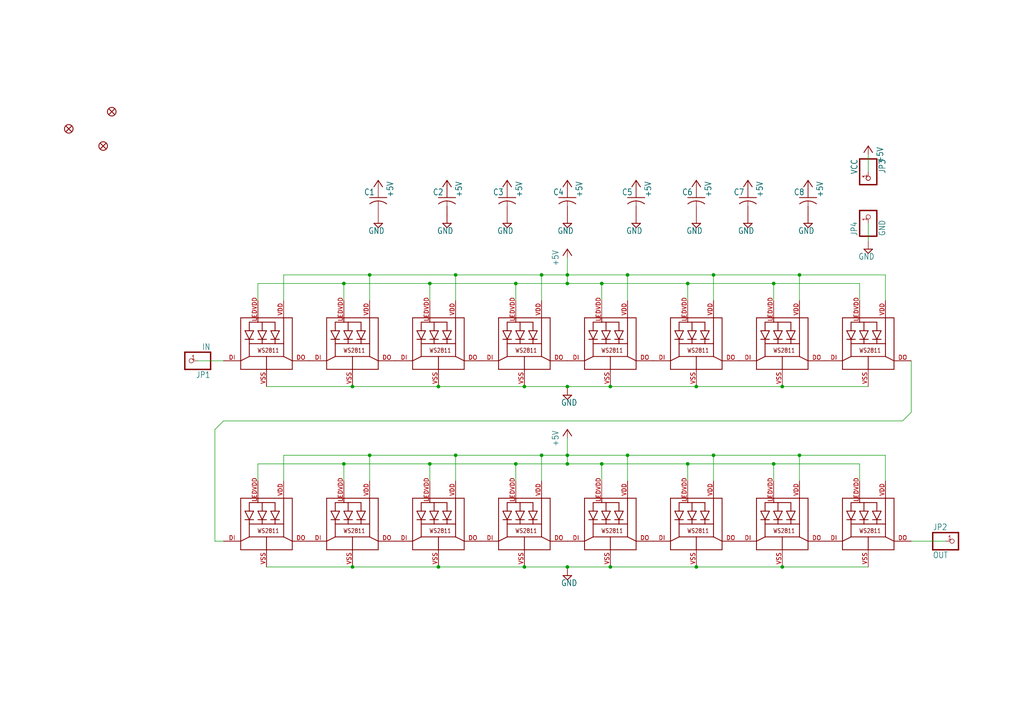
<source format=kicad_sch>
(kicad_sch (version 20231120) (generator "eeschema") (generator_version "8.0")
  (paper "User" 302.59 210.007)
  (lib_symbols
    (symbol "Adafruit NeoPixel Ring 16-eagle-import:+5V" (power)
      (symbol "+5V_1_0"
        (polyline (pts (xy 0 0) (xy -1.27 -1.905)) (stroke (width 0.254)))
        (polyline (pts (xy 1.27 -1.905) (xy 0 0)) (stroke (width 0.254)))
        (pin power_in line (at 0 -2.54 90) (length 2.54) (name "+5V") (number "1"))
      )
    )
    (symbol "Adafruit NeoPixel Ring 16-eagle-import:C-USC0603"
      (property "Reference" "C" (at 1.016 0.635 0))
      (symbol "C-USC0603_1_0"
        (arc (start 0 -1.0161) (mid -1.302 -1.2303) (end -2.4668 -1.8504) (stroke (width 0.254)))
        (polyline (pts (xy -2.54 0) (xy 2.54 0)) (stroke (width 0.254)))
        (polyline (pts (xy 0 -1.016) (xy 0 -2.54)) (stroke (width 0.1524)))
        (arc (start 2.4892 -1.8541) (mid 1.3158 -1.2194) (end 0 -1) (stroke (width 0.254)))
        (pin passive line (at 0 2.54 270) (length 2.54) (name "1") (number "1"))
        (pin passive line (at 0 -5.08 90) (length 2.54) (name "2") (number "2"))
      )
    )
    (symbol "Adafruit NeoPixel Ring 16-eagle-import:C-USC0603K"
      (property "Reference" "C" (at 1.016 0.635 0))
      (symbol "C-USC0603K_1_0"
        (arc (start 0 -1.0161) (mid -1.302 -1.2303) (end -2.4668 -1.8504) (stroke (width 0.254)))
        (polyline (pts (xy -2.54 0) (xy 2.54 0)) (stroke (width 0.254)))
        (polyline (pts (xy 0 -1.016) (xy 0 -2.54)) (stroke (width 0.1524)))
        (arc (start 2.4892 -1.8541) (mid 1.3158 -1.2194) (end 0 -1) (stroke (width 0.254)))
        (pin passive line (at 0 2.54 270) (length 2.54) (name "1") (number "1"))
        (pin passive line (at 0 -5.08 90) (length 2.54) (name "2") (number "2"))
      )
    )
    (symbol "Adafruit NeoPixel Ring 16-eagle-import:FIDUCIAL{dblquote}{dblquote}"
      (symbol "FIDUCIAL{dblquote}{dblquote}_1_0"
        (polyline (pts (xy -0.762 0.762) (xy 0.762 -0.762)) (stroke (width 0.254)))
        (polyline (pts (xy 0.762 0.762) (xy -0.762 -0.762)) (stroke (width 0.254)))
        (circle (center 0 0) (radius 1.27) (stroke (width 0.254)))
      )
    )
    (symbol "Adafruit NeoPixel Ring 16-eagle-import:GND" (power)
      (symbol "GND_1_0"
        (polyline (pts (xy -1.27 0) (xy 1.27 0)) (stroke (width 0.254)))
        (polyline (pts (xy 0 -1.27) (xy -1.27 0)) (stroke (width 0.254)))
        (polyline (pts (xy 1.27 0) (xy 0 -1.27)) (stroke (width 0.254)))
        (pin power_in line (at 0 2.54 270) (length 2.54) (name "GND") (number "1"))
      )
    )
    (symbol "Adafruit NeoPixel Ring 16-eagle-import:PINHD-1X1CB"
      (property "Reference" "JP" (at -6.35 3.175 0))
      (symbol "PINHD-1X1CB_1_0"
        (polyline (pts (xy -6.35 -2.54) (xy 1.27 -2.54)) (stroke (width 0.4064)))
        (polyline (pts (xy -6.35 2.54) (xy -6.35 -2.54)) (stroke (width 0.4064)))
        (polyline (pts (xy 1.27 -2.54) (xy 1.27 2.54)) (stroke (width 0.4064)))
        (polyline (pts (xy 1.27 2.54) (xy -6.35 2.54)) (stroke (width 0.4064)))
        (pin passive inverted (at -2.54 0 0) (length 2.54) (name "1") (number "1"))
      )
    )
    (symbol "Adafruit NeoPixel Ring 16-eagle-import:WS28115050"
      (symbol "WS28115050_1_0"
        (polyline (pts (xy -7.62 -5.08) (xy 0 -5.08)) (stroke (width 0.254)))
        (polyline (pts (xy -7.62 -2.54) (xy -7.62 -5.08)) (stroke (width 0.254)))
        (polyline (pts (xy -7.62 10.16) (xy -7.62 -2.54)) (stroke (width 0.254)))
        (polyline (pts (xy -6.35 3.81) (xy -5.08 3.81)) (stroke (width 0.254)))
        (polyline (pts (xy -6.35 6.35) (xy -5.08 6.35)) (stroke (width 0.254)))
        (polyline (pts (xy -5.08 -1.27) (xy -7.62 -2.54)) (stroke (width 0.254)))
        (polyline (pts (xy -5.08 -1.27) (xy 0 -1.27)) (stroke (width 0.254)))
        (polyline (pts (xy -5.08 2.54) (xy -5.08 -1.27)) (stroke (width 0.254)))
        (polyline (pts (xy -5.08 3.81) (xy -6.35 6.35)) (stroke (width 0.254)))
        (polyline (pts (xy -5.08 3.81) (xy -5.08 2.54)) (stroke (width 0.254)))
        (polyline (pts (xy -5.08 3.81) (xy -3.81 6.35)) (stroke (width 0.254)))
        (polyline (pts (xy -5.08 6.35) (xy -3.81 6.35)) (stroke (width 0.254)))
        (polyline (pts (xy -5.08 8.89) (xy -5.08 6.35)) (stroke (width 0.254)))
        (polyline (pts (xy -3.81 3.81) (xy -5.08 3.81)) (stroke (width 0.254)))
        (polyline (pts (xy -2.54 3.81) (xy -1.27 3.81)) (stroke (width 0.254)))
        (polyline (pts (xy -2.54 6.35) (xy 0 6.35)) (stroke (width 0.254)))
        (polyline (pts (xy -2.54 8.89) (xy -5.08 8.89)) (stroke (width 0.254)))
        (polyline (pts (xy -2.54 10.16) (xy -7.62 10.16)) (stroke (width 0.254)))
        (polyline (pts (xy -2.54 10.16) (xy -2.54 8.89)) (stroke (width 0.254)))
        (polyline (pts (xy -1.27 2.54) (xy -5.08 2.54)) (stroke (width 0.254)))
        (polyline (pts (xy -1.27 3.81) (xy -2.54 6.35)) (stroke (width 0.254)))
        (polyline (pts (xy -1.27 3.81) (xy -1.27 2.54)) (stroke (width 0.254)))
        (polyline (pts (xy -1.27 3.81) (xy 0 3.81)) (stroke (width 0.254)))
        (polyline (pts (xy -1.27 6.35) (xy -1.27 8.89)) (stroke (width 0.254)))
        (polyline (pts (xy -1.27 8.89) (xy -2.54 8.89)) (stroke (width 0.254)))
        (polyline (pts (xy 0 -5.08) (xy 7.62 -5.08)) (stroke (width 0.254)))
        (polyline (pts (xy 0 -1.27) (xy 0 -5.08)) (stroke (width 0.254)))
        (polyline (pts (xy 0 -1.27) (xy 5.08 -1.27)) (stroke (width 0.254)))
        (polyline (pts (xy 0 6.35) (xy -1.27 3.81)) (stroke (width 0.254)))
        (polyline (pts (xy 1.27 6.35) (xy 2.54 3.81)) (stroke (width 0.254)))
        (polyline (pts (xy 1.27 6.35) (xy 2.54 6.35)) (stroke (width 0.254)))
        (polyline (pts (xy 2.54 2.54) (xy -1.27 2.54)) (stroke (width 0.254)))
        (polyline (pts (xy 2.54 3.81) (xy 1.27 3.81)) (stroke (width 0.254)))
        (polyline (pts (xy 2.54 3.81) (xy 2.54 2.54)) (stroke (width 0.254)))
        (polyline (pts (xy 2.54 3.81) (xy 3.81 3.81)) (stroke (width 0.254)))
        (polyline (pts (xy 2.54 3.81) (xy 3.81 6.35)) (stroke (width 0.254)))
        (polyline (pts (xy 2.54 6.35) (xy 2.54 8.89)) (stroke (width 0.254)))
        (polyline (pts (xy 2.54 8.89) (xy -1.27 8.89)) (stroke (width 0.254)))
        (polyline (pts (xy 3.81 6.35) (xy 2.54 6.35)) (stroke (width 0.254)))
        (polyline (pts (xy 5.08 -1.27) (xy 5.08 2.54)) (stroke (width 0.254)))
        (polyline (pts (xy 5.08 -1.27) (xy 7.62 -2.54)) (stroke (width 0.254)))
        (polyline (pts (xy 5.08 2.54) (xy 2.54 2.54)) (stroke (width 0.254)))
        (polyline (pts (xy 5.08 10.16) (xy -2.54 10.16)) (stroke (width 0.254)))
        (polyline (pts (xy 5.08 10.16) (xy 5.08 2.54)) (stroke (width 0.254)))
        (polyline (pts (xy 7.62 -5.08) (xy 7.62 -2.54)) (stroke (width 0.254)))
        (polyline (pts (xy 7.62 -2.54) (xy 7.62 10.16)) (stroke (width 0.254)))
        (polyline (pts (xy 7.62 10.16) (xy 5.08 10.16)) (stroke (width 0.254)))
        (text "WS2811" (at 3.81 1.27 0) (effects (font (size 1.27 1.0795)) (justify right top)))
        (pin input line (at -12.7 -2.54 0) (length 5.08) (name "DI") (number "DI"))
        (pin output line (at 12.7 -2.54 180) (length 5.08) (name "DO") (number "DO"))
        (pin power_in line (at -2.54 15.24 270) (length 5.08) (name "LEDVDD") (number "LEDVDD"))
        (pin power_in line (at 5.08 15.24 270) (length 5.08) (name "VDD") (number "VDD"))
        (pin power_in line (at 0 -10.16 90) (length 5.08) (name "GND") (number "VSS"))
      )
    )
  )
  (junction (at 160.02 81.28))
  (junction (at 203.2 83.82))
  (junction (at 205.74 167.64))
  (junction (at 177.8 137.16))
  (junction (at 127 83.82))
  (junction (at 236.22 134.62))
  (junction (at 154.94 114.3))
  (junction (at 203.2 137.16))
  (junction (at 104.14 114.3))
  (junction (at 167.64 137.16))
  (junction (at 127 137.16))
  (junction (at 167.64 134.62))
  (junction (at 104.14 167.64))
  (junction (at 129.54 114.3))
  (junction (at 167.64 81.28))
  (junction (at 210.82 81.28))
  (junction (at 109.22 81.28))
  (junction (at 180.34 114.3))
  (junction (at 101.6 83.82))
  (junction (at 134.62 81.28))
  (junction (at 228.6 83.82))
  (junction (at 185.42 134.62))
  (junction (at 134.62 134.62))
  (junction (at 152.4 137.16))
  (junction (at 228.6 137.16))
  (junction (at 152.4 83.82))
  (junction (at 180.34 167.64))
  (junction (at 167.64 167.64))
  (junction (at 177.8 83.82))
  (junction (at 231.14 167.64))
  (junction (at 160.02 134.62))
  (junction (at 167.64 83.82))
  (junction (at 167.64 114.3))
  (junction (at 109.22 134.62))
  (junction (at 185.42 81.28))
  (junction (at 210.82 134.62))
  (junction (at 101.6 137.16))
  (junction (at 236.22 81.28))
  (junction (at 205.74 114.3))
  (junction (at 129.54 167.64))
  (junction (at 154.94 167.64))
  (junction (at 231.14 114.3))
  (wire (pts (xy 101.6 142.24) (xy 101.6 137.16)) (stroke (width 0.1524)))
  (wire (pts (xy 185.42 134.62) (xy 185.42 142.24)) (stroke (width 0.1524)))
  (wire (pts (xy 266.7 124.46) (xy 269.24 121.92)) (stroke (width 0.1524)))
  (wire (pts (xy 236.22 81.28) (xy 236.22 88.9)) (stroke (width 0.1524)))
  (wire (pts (xy 185.42 81.28) (xy 185.42 88.9)) (stroke (width 0.1524)))
  (wire (pts (xy 256.54 71.12) (xy 256.54 66.04)) (stroke (width 0.1524)))
  (wire (pts (xy 236.22 81.28) (xy 261.62 81.28)) (stroke (width 0.1524)))
  (wire (pts (xy 228.6 88.9) (xy 228.6 83.82)) (stroke (width 0.1524)))
  (wire (pts (xy 109.22 88.9) (xy 109.22 81.28)) (stroke (width 0.1524)))
  (wire (pts (xy 203.2 88.9) (xy 203.2 83.82)) (stroke (width 0.1524)))
  (wire (pts (xy 269.24 121.92) (xy 269.24 106.68)) (stroke (width 0.1524)))
  (wire (pts (xy 134.62 134.62) (xy 160.02 134.62)) (stroke (width 0.1524)))
  (wire (pts (xy 185.42 81.28) (xy 210.82 81.28)) (stroke (width 0.1524)))
  (wire (pts (xy 279.4 160.02) (xy 269.24 160.02)) (stroke (width 0.1524)))
  (wire (pts (xy 76.2 142.24) (xy 76.2 137.16)) (stroke (width 0.1524)))
  (wire (pts (xy 228.6 142.24) (xy 228.6 137.16)) (stroke (width 0.1524)))
  (wire (pts (xy 256.54 45.72) (xy 256.54 50.8)) (stroke (width 0.1524)))
  (wire (pts (xy 154.94 114.3) (xy 167.64 114.3)) (stroke (width 0.1524)))
  (wire (pts (xy 66.04 160.02) (xy 63.5 160.02)) (stroke (width 0.1524)))
  (wire (pts (xy 205.74 167.64) (xy 231.14 167.64)) (stroke (width 0.1524)))
  (wire (pts (xy 167.64 137.16) (xy 177.8 137.16)) (stroke (width 0.1524)))
  (wire (pts (xy 134.62 134.62) (xy 134.62 142.24)) (stroke (width 0.1524)))
  (wire (pts (xy 109.22 134.62) (xy 134.62 134.62)) (stroke (width 0.1524)))
  (wire (pts (xy 254 137.16) (xy 254 142.24)) (stroke (width 0.1524)))
  (wire (pts (xy 134.62 81.28) (xy 160.02 81.28)) (stroke (width 0.1524)))
  (wire (pts (xy 152.4 142.24) (xy 152.4 137.16)) (stroke (width 0.1524)))
  (wire (pts (xy 78.74 114.3) (xy 104.14 114.3)) (stroke (width 0.1524)))
  (wire (pts (xy 203.2 142.24) (xy 203.2 137.16)) (stroke (width 0.1524)))
  (wire (pts (xy 210.82 88.9) (xy 210.82 81.28)) (stroke (width 0.1524)))
  (wire (pts (xy 127 88.9) (xy 127 83.82)) (stroke (width 0.1524)))
  (wire (pts (xy 236.22 134.62) (xy 261.62 134.62)) (stroke (width 0.1524)))
  (wire (pts (xy 167.64 167.64) (xy 180.34 167.64)) (stroke (width 0.1524)))
  (wire (pts (xy 177.8 137.16) (xy 203.2 137.16)) (stroke (width 0.1524)))
  (wire (pts (xy 129.54 167.64) (xy 154.94 167.64)) (stroke (width 0.1524)))
  (wire (pts (xy 104.14 167.64) (xy 129.54 167.64)) (stroke (width 0.1524)))
  (wire (pts (xy 261.62 81.28) (xy 261.62 88.9)) (stroke (width 0.1524)))
  (wire (pts (xy 177.8 88.9) (xy 177.8 83.82)) (stroke (width 0.1524)))
  (wire (pts (xy 180.34 167.64) (xy 205.74 167.64)) (stroke (width 0.1524)))
  (wire (pts (xy 127 83.82) (xy 152.4 83.82)) (stroke (width 0.1524)))
  (wire (pts (xy 167.64 134.62) (xy 185.42 134.62)) (stroke (width 0.1524)))
  (wire (pts (xy 231.14 114.3) (xy 256.54 114.3)) (stroke (width 0.1524)))
  (wire (pts (xy 127 142.24) (xy 127 137.16)) (stroke (width 0.1524)))
  (wire (pts (xy 160.02 134.62) (xy 167.64 134.62)) (stroke (width 0.1524)))
  (wire (pts (xy 167.64 81.28) (xy 167.64 83.82)) (stroke (width 0.1524)))
  (wire (pts (xy 261.62 134.62) (xy 261.62 142.24)) (stroke (width 0.1524)))
  (wire (pts (xy 78.74 167.64) (xy 104.14 167.64)) (stroke (width 0.1524)))
  (wire (pts (xy 109.22 142.24) (xy 109.22 134.62)) (stroke (width 0.1524)))
  (wire (pts (xy 177.8 142.24) (xy 177.8 137.16)) (stroke (width 0.1524)))
  (wire (pts (xy 83.82 88.9) (xy 83.82 81.28)) (stroke (width 0.1524)))
  (wire (pts (xy 109.22 81.28) (xy 134.62 81.28)) (stroke (width 0.1524)))
  (wire (pts (xy 160.02 134.62) (xy 160.02 142.24)) (stroke (width 0.1524)))
  (wire (pts (xy 76.2 83.82) (xy 101.6 83.82)) (stroke (width 0.1524)))
  (wire (pts (xy 180.34 114.3) (xy 205.74 114.3)) (stroke (width 0.1524)))
  (wire (pts (xy 185.42 134.62) (xy 210.82 134.62)) (stroke (width 0.1524)))
  (wire (pts (xy 236.22 134.62) (xy 236.22 142.24)) (stroke (width 0.1524)))
  (wire (pts (xy 152.4 83.82) (xy 167.64 83.82)) (stroke (width 0.1524)))
  (wire (pts (xy 83.82 142.24) (xy 83.82 134.62)) (stroke (width 0.1524)))
  (wire (pts (xy 76.2 88.9) (xy 76.2 83.82)) (stroke (width 0.1524)))
  (wire (pts (xy 231.14 167.64) (xy 256.54 167.64)) (stroke (width 0.1524)))
  (wire (pts (xy 83.82 81.28) (xy 109.22 81.28)) (stroke (width 0.1524)))
  (wire (pts (xy 63.5 127) (xy 66.04 124.46)) (stroke (width 0.1524)))
  (wire (pts (xy 203.2 83.82) (xy 228.6 83.82)) (stroke (width 0.1524)))
  (wire (pts (xy 152.4 88.9) (xy 152.4 83.82)) (stroke (width 0.1524)))
  (wire (pts (xy 203.2 137.16) (xy 228.6 137.16)) (stroke (width 0.1524)))
  (wire (pts (xy 167.64 114.3) (xy 180.34 114.3)) (stroke (width 0.1524)))
  (wire (pts (xy 228.6 83.82) (xy 254 83.82)) (stroke (width 0.1524)))
  (wire (pts (xy 58.42 106.68) (xy 66.04 106.68)) (stroke (width 0.1524)))
  (wire (pts (xy 83.82 134.62) (xy 109.22 134.62)) (stroke (width 0.1524)))
  (wire (pts (xy 160.02 81.28) (xy 167.64 81.28)) (stroke (width 0.1524)))
  (wire (pts (xy 104.14 114.3) (xy 129.54 114.3)) (stroke (width 0.1524)))
  (wire (pts (xy 134.62 81.28) (xy 134.62 88.9)) (stroke (width 0.1524)))
  (wire (pts (xy 177.8 83.82) (xy 203.2 83.82)) (stroke (width 0.1524)))
  (wire (pts (xy 76.2 137.16) (xy 101.6 137.16)) (stroke (width 0.1524)))
  (wire (pts (xy 167.64 76.2) (xy 167.64 81.28)) (stroke (width 0.1524)))
  (wire (pts (xy 127 137.16) (xy 152.4 137.16)) (stroke (width 0.1524)))
  (wire (pts (xy 167.64 81.28) (xy 185.42 81.28)) (stroke (width 0.1524)))
  (wire (pts (xy 154.94 167.64) (xy 167.64 167.64)) (stroke (width 0.1524)))
  (wire (pts (xy 210.82 134.62) (xy 236.22 134.62)) (stroke (width 0.1524)))
  (wire (pts (xy 167.64 83.82) (xy 177.8 83.82)) (stroke (width 0.1524)))
  (wire (pts (xy 228.6 137.16) (xy 254 137.16)) (stroke (width 0.1524)))
  (wire (pts (xy 101.6 137.16) (xy 127 137.16)) (stroke (width 0.1524)))
  (wire (pts (xy 101.6 88.9) (xy 101.6 83.82)) (stroke (width 0.1524)))
  (wire (pts (xy 254 83.82) (xy 254 88.9)) (stroke (width 0.1524)))
  (wire (pts (xy 167.64 129.54) (xy 167.64 134.62)) (stroke (width 0.1524)))
  (wire (pts (xy 152.4 137.16) (xy 167.64 137.16)) (stroke (width 0.1524)))
  (wire (pts (xy 210.82 142.24) (xy 210.82 134.62)) (stroke (width 0.1524)))
  (wire (pts (xy 160.02 81.28) (xy 160.02 88.9)) (stroke (width 0.1524)))
  (wire (pts (xy 129.54 114.3) (xy 154.94 114.3)) (stroke (width 0.1524)))
  (wire (pts (xy 167.64 134.62) (xy 167.64 137.16)) (stroke (width 0.1524)))
  (wire (pts (xy 101.6 83.82) (xy 127 83.82)) (stroke (width 0.1524)))
  (wire (pts (xy 205.74 114.3) (xy 231.14 114.3)) (stroke (width 0.1524)))
  (wire (pts (xy 63.5 160.02) (xy 63.5 127)) (stroke (width 0.1524)))
  (wire (pts (xy 66.04 124.46) (xy 266.7 124.46)) (stroke (width 0.1524)))
  (wire (pts (xy 210.82 81.28) (xy 236.22 81.28)) (stroke (width 0.1524)))
  (symbol (lib_id "Adafruit NeoPixel Ring 16-eagle-import:C-USC0603K") (at 205.74 58.42 0) (mirror y) (unit 1)
    (property "Reference" "C6" (at 204.724 57.785 0) (effects (font (size 1.778 1.5113)) (justify left bottom)))
    (property "Value" "C-USC0603K" (effects (hide yes)))
    (property "Footprint" "Adafruit NeoPixel Ring 16:C0603K" (effects (hide yes)))
    (property "Description" "CAPACITOR, American symbol" (effects (hide yes)))
  )
  (symbol (lib_id "Adafruit NeoPixel Ring 16-eagle-import:+5V") (at 132.08 53.34 0) (mirror y) (unit 1)
    (property "Reference" "#P+4" (effects (hide yes)))
    (property "Value" "+5V" (at 134.62 58.42 90) (effects (font (size 1.778 1.5113)) (justify left bottom)))
    (property "Description" "SUPPLY SYMBOL" (effects (hide yes)))
  )
  (symbol (lib_id "Adafruit NeoPixel Ring 16-eagle-import:+5V") (at 205.74 53.34 0) (mirror y) (unit 1)
    (property "Reference" "#P+8" (effects (hide yes)))
    (property "Value" "+5V" (at 208.28 58.42 90) (effects (font (size 1.778 1.5113)) (justify left bottom)))
    (property "Description" "SUPPLY SYMBOL" (effects (hide yes)))
  )
  (symbol (lib_id "Adafruit NeoPixel Ring 16-eagle-import:GND") (at 167.64 66.04 0) (mirror y) (unit 1)
    (property "Reference" "#SUPPLY13" (effects (hide yes)))
    (property "Value" "GND" (at 169.545 69.215 0) (effects (font (size 1.778 1.5113)) (justify left bottom)))
    (property "Description" "SUPPLY SYMBOL" (effects (hide yes)))
  )
  (symbol (lib_id "Adafruit NeoPixel Ring 16-eagle-import:GND") (at 149.86 66.04 0) (mirror y) (unit 1)
    (property "Reference" "#SUPPLY12" (effects (hide yes)))
    (property "Value" "GND" (at 151.765 69.215 0) (effects (font (size 1.778 1.5113)) (justify left bottom)))
    (property "Description" "SUPPLY SYMBOL" (effects (hide yes)))
  )
  (symbol (lib_id "Adafruit NeoPixel Ring 16-eagle-import:C-USC0603") (at 111.76 58.42 0) (mirror y) (unit 1)
    (property "Reference" "C1" (at 110.744 57.785 0) (effects (font (size 1.778 1.5113)) (justify left bottom)))
    (property "Value" "C-USC0603" (effects (hide yes)))
    (property "Footprint" "Adafruit NeoPixel Ring 16:C0603" (effects (hide yes)))
    (property "Description" "CAPACITOR, American symbol" (effects (hide yes)))
  )
  (symbol (lib_id "Adafruit NeoPixel Ring 16-eagle-import:WS28115050") (at 154.94 157.48 0) (unit 1)
    (property "Reference" "LED12" (effects (hide yes)))
    (property "Value" "WS28115050" (effects (hide yes)))
    (property "Footprint" "Adafruit NeoPixel Ring 16:WS28115050" (effects (hide yes)))
  )
  (symbol (lib_id "Adafruit NeoPixel Ring 16-eagle-import:WS28115050") (at 78.74 104.14 0) (unit 1)
    (property "Reference" "LED1" (effects (hide yes)))
    (property "Value" "WS28115050" (effects (hide yes)))
    (property "Footprint" "Adafruit NeoPixel Ring 16:WS28115050" (effects (hide yes)))
  )
  (symbol (lib_id "Adafruit NeoPixel Ring 16-eagle-import:C-USC0603K") (at 238.76 58.42 0) (mirror y) (unit 1)
    (property "Reference" "C8" (at 237.744 57.785 0) (effects (font (size 1.778 1.5113)) (justify left bottom)))
    (property "Value" "C-USC0603K" (effects (hide yes)))
    (property "Footprint" "Adafruit NeoPixel Ring 16:C0603K" (effects (hide yes)))
    (property "Description" "CAPACITOR, American symbol" (effects (hide yes)))
  )
  (symbol (lib_id "Adafruit NeoPixel Ring 16-eagle-import:WS28115050") (at 256.54 104.14 0) (unit 1)
    (property "Reference" "LED8" (effects (hide yes)))
    (property "Value" "WS28115050" (effects (hide yes)))
    (property "Footprint" "Adafruit NeoPixel Ring 16:WS28115050" (effects (hide yes)))
  )
  (symbol (lib_id "Adafruit NeoPixel Ring 16-eagle-import:WS28115050") (at 231.14 104.14 0) (unit 1)
    (property "Reference" "LED7" (effects (hide yes)))
    (property "Value" "WS28115050" (effects (hide yes)))
    (property "Footprint" "Adafruit NeoPixel Ring 16:WS28115050" (effects (hide yes)))
  )
  (symbol (lib_id "Adafruit NeoPixel Ring 16-eagle-import:WS28115050") (at 205.74 104.14 0) (unit 1)
    (property "Reference" "LED6" (effects (hide yes)))
    (property "Value" "WS28115050" (effects (hide yes)))
    (property "Footprint" "Adafruit NeoPixel Ring 16:WS28115050" (effects (hide yes)))
  )
  (symbol (lib_id "Adafruit NeoPixel Ring 16-eagle-import:WS28115050") (at 78.74 157.48 0) (unit 1)
    (property "Reference" "LED9" (effects (hide yes)))
    (property "Value" "WS28115050" (effects (hide yes)))
    (property "Footprint" "Adafruit NeoPixel Ring 16:WS28115050" (effects (hide yes)))
  )
  (symbol (lib_id "Adafruit NeoPixel Ring 16-eagle-import:WS28115050") (at 205.74 157.48 0) (unit 1)
    (property "Reference" "LED14" (effects (hide yes)))
    (property "Value" "WS28115050" (effects (hide yes)))
    (property "Footprint" "Adafruit NeoPixel Ring 16:WS28115050" (effects (hide yes)))
  )
  (symbol (lib_id "Adafruit NeoPixel Ring 16-eagle-import:WS28115050") (at 256.54 157.48 0) (unit 1)
    (property "Reference" "LED16" (effects (hide yes)))
    (property "Value" "WS28115050" (effects (hide yes)))
    (property "Footprint" "Adafruit NeoPixel Ring 16:WS28115050" (effects (hide yes)))
  )
  (symbol (lib_id "Adafruit NeoPixel Ring 16-eagle-import:C-USC0603K") (at 167.64 58.42 0) (mirror y) (unit 1)
    (property "Reference" "C4" (at 166.624 57.785 0) (effects (font (size 1.778 1.5113)) (justify left bottom)))
    (property "Value" "C-USC0603K" (effects (hide yes)))
    (property "Footprint" "Adafruit NeoPixel Ring 16:C0603K" (effects (hide yes)))
    (property "Description" "CAPACITOR, American symbol" (effects (hide yes)))
  )
  (symbol (lib_id "Adafruit NeoPixel Ring 16-eagle-import:GND") (at 256.54 73.66 0) (mirror y) (unit 1)
    (property "Reference" "#SUPPLY2" (effects (hide yes)))
    (property "Value" "GND" (at 258.445 76.835 0) (effects (font (size 1.778 1.5113)) (justify left bottom)))
    (property "Description" "SUPPLY SYMBOL" (effects (hide yes)))
  )
  (symbol (lib_id "Adafruit NeoPixel Ring 16-eagle-import:GND") (at 220.98 66.04 0) (mirror y) (unit 1)
    (property "Reference" "#SUPPLY16" (effects (hide yes)))
    (property "Value" "GND" (at 222.885 69.215 0) (effects (font (size 1.778 1.5113)) (justify left bottom)))
    (property "Description" "SUPPLY SYMBOL" (effects (hide yes)))
  )
  (symbol (lib_id "Adafruit NeoPixel Ring 16-eagle-import:FIDUCIAL{dblquote}{dblquote}") (at 30.48 43.18 0) (unit 1)
    (property "Reference" "FID3" (effects (hide yes)))
    (property "Value" "FIDUCIAL{dblquote}{dblquote}" (effects (hide yes)))
    (property "Footprint" "Adafruit NeoPixel Ring 16:FIDUCIAL_1MM" (effects (hide yes)))
    (property "Description" "Fiducial Alignment Points\n\nVarious fiducial points for machine vision alignment." (effects (hide yes)))
  )
  (symbol (lib_id "Adafruit NeoPixel Ring 16-eagle-import:+5V") (at 167.64 73.66 0) (unit 1)
    (property "Reference" "#P+2" (effects (hide yes)))
    (property "Value" "+5V" (at 165.1 78.74 90) (effects (font (size 1.778 1.5113)) (justify left bottom)))
    (property "Description" "SUPPLY SYMBOL" (effects (hide yes)))
  )
  (symbol (lib_id "Adafruit NeoPixel Ring 16-eagle-import:C-USC0603K") (at 187.96 58.42 0) (mirror y) (unit 1)
    (property "Reference" "C5" (at 186.944 57.785 0) (effects (font (size 1.778 1.5113)) (justify left bottom)))
    (property "Value" "C-USC0603K" (effects (hide yes)))
    (property "Footprint" "Adafruit NeoPixel Ring 16:C0603K" (effects (hide yes)))
    (property "Description" "CAPACITOR, American symbol" (effects (hide yes)))
  )
  (symbol (lib_id "Adafruit NeoPixel Ring 16-eagle-import:C-USC0603K") (at 132.08 58.42 0) (mirror y) (unit 1)
    (property "Reference" "C2" (at 131.064 57.785 0) (effects (font (size 1.778 1.5113)) (justify left bottom)))
    (property "Value" "C-USC0603K" (effects (hide yes)))
    (property "Footprint" "Adafruit NeoPixel Ring 16:C0603K" (effects (hide yes)))
    (property "Description" "CAPACITOR, American symbol" (effects (hide yes)))
  )
  (symbol (lib_id "Adafruit NeoPixel Ring 16-eagle-import:PINHD-1X1CB") (at 256.54 63.5 90) (unit 1)
    (property "Reference" "JP4" (at 253.365 69.85 0) (effects (font (size 1.778 1.5113)) (justify left bottom)))
    (property "Value" "GND" (at 261.62 69.85 0) (effects (font (size 1.778 1.5113)) (justify left bottom)))
    (property "Footprint" "Adafruit NeoPixel Ring 16:1X01-CLEANBIG" (effects (hide yes)))
    (property "Description" "Pin header 1x1 for 0.1\" spacing\n\nWith round pins" (effects (hide yes)))
  )
  (symbol (lib_id "Adafruit NeoPixel Ring 16-eagle-import:+5V") (at 167.64 53.34 0) (mirror y) (unit 1)
    (property "Reference" "#P+6" (effects (hide yes)))
    (property "Value" "+5V" (at 170.18 58.42 90) (effects (font (size 1.778 1.5113)) (justify left bottom)))
    (property "Description" "SUPPLY SYMBOL" (effects (hide yes)))
  )
  (symbol (lib_id "Adafruit NeoPixel Ring 16-eagle-import:PINHD-1X1CB") (at 281.94 160.02 0) (unit 1)
    (property "Reference" "JP2" (at 275.59 156.845 0) (effects (font (size 1.778 1.5113)) (justify left bottom)))
    (property "Value" "OUT" (at 275.59 165.1 0) (effects (font (size 1.778 1.5113)) (justify left bottom)))
    (property "Footprint" "Adafruit NeoPixel Ring 16:1X01-CLEANBIG" (effects (hide yes)))
    (property "Description" "Pin header 1x1 for 0.1\" spacing\n\nWith round pins" (effects (hide yes)))
  )
  (symbol (lib_id "Adafruit NeoPixel Ring 16-eagle-import:WS28115050") (at 104.14 104.14 0) (unit 1)
    (property "Reference" "LED2" (effects (hide yes)))
    (property "Value" "WS28115050" (effects (hide yes)))
    (property "Footprint" "Adafruit NeoPixel Ring 16:WS28115050" (effects (hide yes)))
  )
  (symbol (lib_id "Adafruit NeoPixel Ring 16-eagle-import:+5V") (at 187.96 53.34 0) (mirror y) (unit 1)
    (property "Reference" "#P+7" (effects (hide yes)))
    (property "Value" "+5V" (at 190.5 58.42 90) (effects (font (size 1.778 1.5113)) (justify left bottom)))
    (property "Description" "SUPPLY SYMBOL" (effects (hide yes)))
  )
  (symbol (lib_id "Adafruit NeoPixel Ring 16-eagle-import:+5V") (at 149.86 53.34 0) (mirror y) (unit 1)
    (property "Reference" "#P+5" (effects (hide yes)))
    (property "Value" "+5V" (at 152.4 58.42 90) (effects (font (size 1.778 1.5113)) (justify left bottom)))
    (property "Description" "SUPPLY SYMBOL" (effects (hide yes)))
  )
  (symbol (lib_id "Adafruit NeoPixel Ring 16-eagle-import:FIDUCIAL{dblquote}{dblquote}") (at 20.32 38.1 0) (unit 1)
    (property "Reference" "FID1" (effects (hide yes)))
    (property "Value" "FIDUCIAL{dblquote}{dblquote}" (effects (hide yes)))
    (property "Footprint" "Adafruit NeoPixel Ring 16:FIDUCIAL_1MM" (effects (hide yes)))
    (property "Description" "Fiducial Alignment Points\n\nVarious fiducial points for machine vision alignment." (effects (hide yes)))
  )
  (symbol (lib_id "Adafruit NeoPixel Ring 16-eagle-import:WS28115050") (at 231.14 157.48 0) (unit 1)
    (property "Reference" "LED15" (effects (hide yes)))
    (property "Value" "WS28115050" (effects (hide yes)))
    (property "Footprint" "Adafruit NeoPixel Ring 16:WS28115050" (effects (hide yes)))
  )
  (symbol (lib_id "Adafruit NeoPixel Ring 16-eagle-import:+5V") (at 220.98 53.34 0) (mirror y) (unit 1)
    (property "Reference" "#P+9" (effects (hide yes)))
    (property "Value" "+5V" (at 223.52 58.42 90) (effects (font (size 1.778 1.5113)) (justify left bottom)))
    (property "Description" "SUPPLY SYMBOL" (effects (hide yes)))
  )
  (symbol (lib_id "Adafruit NeoPixel Ring 16-eagle-import:+5V") (at 238.76 53.34 0) (mirror y) (unit 1)
    (property "Reference" "#P+10" (effects (hide yes)))
    (property "Value" "+5V" (at 241.3 58.42 90) (effects (font (size 1.778 1.5113)) (justify left bottom)))
    (property "Description" "SUPPLY SYMBOL" (effects (hide yes)))
  )
  (symbol (lib_id "Adafruit NeoPixel Ring 16-eagle-import:C-USC0603K") (at 149.86 58.42 0) (mirror y) (unit 1)
    (property "Reference" "C3" (at 148.844 57.785 0) (effects (font (size 1.778 1.5113)) (justify left bottom)))
    (property "Value" "C-USC0603K" (effects (hide yes)))
    (property "Footprint" "Adafruit NeoPixel Ring 16:C0603K" (effects (hide yes)))
    (property "Description" "CAPACITOR, American symbol" (effects (hide yes)))
  )
  (symbol (lib_id "Adafruit NeoPixel Ring 16-eagle-import:GND") (at 238.76 66.04 0) (mirror y) (unit 1)
    (property "Reference" "#SUPPLY17" (effects (hide yes)))
    (property "Value" "GND" (at 240.665 69.215 0) (effects (font (size 1.778 1.5113)) (justify left bottom)))
    (property "Description" "SUPPLY SYMBOL" (effects (hide yes)))
  )
  (symbol (lib_id "Adafruit NeoPixel Ring 16-eagle-import:WS28115050") (at 154.94 104.14 0) (unit 1)
    (property "Reference" "LED4" (effects (hide yes)))
    (property "Value" "WS28115050" (effects (hide yes)))
    (property "Footprint" "Adafruit NeoPixel Ring 16:WS28115050" (effects (hide yes)))
  )
  (symbol (lib_id "Adafruit NeoPixel Ring 16-eagle-import:PINHD-1X1CB") (at 55.88 106.68 180) (unit 1)
    (property "Reference" "JP1" (at 62.23 109.855 0) (effects (font (size 1.778 1.5113)) (justify left bottom)))
    (property "Value" "IN" (at 62.23 101.6 0) (effects (font (size 1.778 1.5113)) (justify left bottom)))
    (property "Footprint" "Adafruit NeoPixel Ring 16:1X01-CLEANBIG" (effects (hide yes)))
    (property "Description" "Pin header 1x1 for 0.1\" spacing\n\nWith round pins" (effects (hide yes)))
  )
  (symbol (lib_id "Adafruit NeoPixel Ring 16-eagle-import:WS28115050") (at 129.54 157.48 0) (unit 1)
    (property "Reference" "LED11" (effects (hide yes)))
    (property "Value" "WS28115050" (effects (hide yes)))
    (property "Footprint" "Adafruit NeoPixel Ring 16:WS28115050" (effects (hide yes)))
  )
  (symbol (lib_id "Adafruit NeoPixel Ring 16-eagle-import:GND") (at 132.08 66.04 0) (mirror y) (unit 1)
    (property "Reference" "#SUPPLY11" (effects (hide yes)))
    (property "Value" "GND" (at 133.985 69.215 0) (effects (font (size 1.778 1.5113)) (justify left bottom)))
    (property "Description" "SUPPLY SYMBOL" (effects (hide yes)))
  )
  (symbol (lib_id "Adafruit NeoPixel Ring 16-eagle-import:+5V") (at 256.54 43.18 0) (mirror y) (unit 1)
    (property "Reference" "#P+11" (effects (hide yes)))
    (property "Value" "+5V" (at 259.08 48.26 90) (effects (font (size 1.778 1.5113)) (justify left bottom)))
    (property "Description" "SUPPLY SYMBOL" (effects (hide yes)))
  )
  (symbol (lib_id "Adafruit NeoPixel Ring 16-eagle-import:GND") (at 167.64 116.84 0) (unit 1)
    (property "Reference" "#SUPPLY3" (effects (hide yes)))
    (property "Value" "GND" (at 165.735 120.015 0) (effects (font (size 1.778 1.5113)) (justify left bottom)))
    (property "Description" "SUPPLY SYMBOL" (effects (hide yes)))
  )
  (symbol (lib_id "Adafruit NeoPixel Ring 16-eagle-import:WS28115050") (at 180.34 104.14 0) (unit 1)
    (property "Reference" "LED5" (effects (hide yes)))
    (property "Value" "WS28115050" (effects (hide yes)))
    (property "Footprint" "Adafruit NeoPixel Ring 16:WS28115050" (effects (hide yes)))
  )
  (symbol (lib_id "Adafruit NeoPixel Ring 16-eagle-import:+5V") (at 167.64 127 0) (unit 1)
    (property "Reference" "#P+1" (effects (hide yes)))
    (property "Value" "+5V" (at 165.1 132.08 90) (effects (font (size 1.778 1.5113)) (justify left bottom)))
    (property "Description" "SUPPLY SYMBOL" (effects (hide yes)))
  )
  (symbol (lib_id "Adafruit NeoPixel Ring 16-eagle-import:C-USC0603K") (at 220.98 58.42 0) (mirror y) (unit 1)
    (property "Reference" "C7" (at 219.964 57.785 0) (effects (font (size 1.778 1.5113)) (justify left bottom)))
    (property "Value" "C-USC0603K" (effects (hide yes)))
    (property "Footprint" "Adafruit NeoPixel Ring 16:C0603K" (effects (hide yes)))
    (property "Description" "CAPACITOR, American symbol" (effects (hide yes)))
  )
  (symbol (lib_id "Adafruit NeoPixel Ring 16-eagle-import:PINHD-1X1CB") (at 256.54 53.34 270) (unit 1)
    (property "Reference" "JP3" (at 259.715 46.99 0) (effects (font (size 1.778 1.5113)) (justify left bottom)))
    (property "Value" "VCC" (at 251.46 46.99 0) (effects (font (size 1.778 1.5113)) (justify left bottom)))
    (property "Footprint" "Adafruit NeoPixel Ring 16:1X01-CLEANBIG" (effects (hide yes)))
    (property "Description" "Pin header 1x1 for 0.1\" spacing\n\nWith round pins" (effects (hide yes)))
  )
  (symbol (lib_id "Adafruit NeoPixel Ring 16-eagle-import:GND") (at 111.76 66.04 0) (mirror y) (unit 1)
    (property "Reference" "#SUPPLY10" (effects (hide yes)))
    (property "Value" "GND" (at 113.665 69.215 0) (effects (font (size 1.778 1.5113)) (justify left bottom)))
    (property "Description" "SUPPLY SYMBOL" (effects (hide yes)))
  )
  (symbol (lib_id "Adafruit NeoPixel Ring 16-eagle-import:FIDUCIAL{dblquote}{dblquote}") (at 33.02 33.02 0) (unit 1)
    (property "Reference" "FID2" (effects (hide yes)))
    (property "Value" "FIDUCIAL{dblquote}{dblquote}" (effects (hide yes)))
    (property "Footprint" "Adafruit NeoPixel Ring 16:FIDUCIAL_1MM" (effects (hide yes)))
    (property "Description" "Fiducial Alignment Points\n\nVarious fiducial points for machine vision alignment." (effects (hide yes)))
  )
  (symbol (lib_id "Adafruit NeoPixel Ring 16-eagle-import:GND") (at 167.64 170.18 0) (unit 1)
    (property "Reference" "#SUPPLY1" (effects (hide yes)))
    (property "Value" "GND" (at 165.735 173.355 0) (effects (font (size 1.778 1.5113)) (justify left bottom)))
    (property "Description" "SUPPLY SYMBOL" (effects (hide yes)))
  )
  (symbol (lib_id "Adafruit NeoPixel Ring 16-eagle-import:WS28115050") (at 129.54 104.14 0) (unit 1)
    (property "Reference" "LED3" (effects (hide yes)))
    (property "Value" "WS28115050" (effects (hide yes)))
    (property "Footprint" "Adafruit NeoPixel Ring 16:WS28115050" (effects (hide yes)))
  )
  (symbol (lib_id "Adafruit NeoPixel Ring 16-eagle-import:+5V") (at 111.76 53.34 0) (mirror y) (unit 1)
    (property "Reference" "#P+3" (effects (hide yes)))
    (property "Value" "+5V" (at 114.3 58.42 90) (effects (font (size 1.778 1.5113)) (justify left bottom)))
    (property "Description" "SUPPLY SYMBOL" (effects (hide yes)))
  )
  (symbol (lib_id "Adafruit NeoPixel Ring 16-eagle-import:GND") (at 187.96 66.04 0) (mirror y) (unit 1)
    (property "Reference" "#SUPPLY14" (effects (hide yes)))
    (property "Value" "GND" (at 189.865 69.215 0) (effects (font (size 1.778 1.5113)) (justify left bottom)))
    (property "Description" "SUPPLY SYMBOL" (effects (hide yes)))
  )
  (symbol (lib_id "Adafruit NeoPixel Ring 16-eagle-import:WS28115050") (at 180.34 157.48 0) (unit 1)
    (property "Reference" "LED13" (effects (hide yes)))
    (property "Value" "WS28115050" (effects (hide yes)))
    (property "Footprint" "Adafruit NeoPixel Ring 16:WS28115050" (effects (hide yes)))
  )
  (symbol (lib_id "Adafruit NeoPixel Ring 16-eagle-import:GND") (at 205.74 66.04 0) (mirror y) (unit 1)
    (property "Reference" "#SUPPLY15" (effects (hide yes)))
    (property "Value" "GND" (at 207.645 69.215 0) (effects (font (size 1.778 1.5113)) (justify left bottom)))
    (property "Description" "SUPPLY SYMBOL" (effects (hide yes)))
  )
  (symbol (lib_id "Adafruit NeoPixel Ring 16-eagle-import:WS28115050") (at 104.14 157.48 0) (unit 1)
    (property "Reference" "LED10" (effects (hide yes)))
    (property "Value" "WS28115050" (effects (hide yes)))
    (property "Footprint" "Adafruit NeoPixel Ring 16:WS28115050" (effects (hide yes)))
  )
)
</source>
